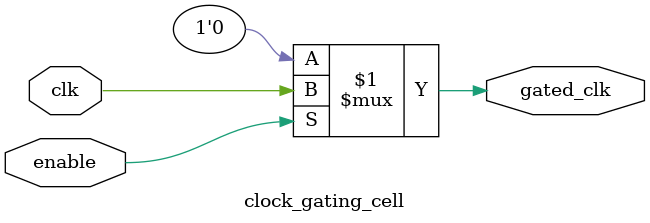
<source format=v>
module mem_32x16 (
   input wire         clk,
   input wire         enable,
   input wire  [3:0]  write_addr_1,
   input wire  [31:0] write_data_1,
   input wire         write_en_1,
   input wire  [3:0]  write_addr_2,
   input wire  [31:0] write_data_2,
   input wire         write_en_2,
   input wire  [3:0]  read_addr_1,
   output wire [31:0] read_data_1,
   input wire  [3:0]  read_addr_2,
   output wire [31:0] read_data_2
);

    // Clock gating
    wire gated_clk;
    clock_gating_cell cg_inst (
        .clk(clk),
        .enable(enable),
        .gated_clk(gated_clk)
    );

    // Memory array
    reg [31:0] mem [15:0];

    // Write ports
    always @(posedge gated_clk) begin
        if (write_en_1)
            mem[write_addr_1] <= write_data_1;
        if (write_en_2)
            mem[write_addr_2] <= write_data_2;
    end

    // Read ports (combinational)
    assign read_data_1 = mem[read_addr_1];
    assign read_data_2 = mem[read_addr_2];

endmodule

// Clock Gating Cell
module clock_gating_cell (
    input wire clk,
    input wire enable,
    output wire gated_clk
);
    assign gated_clk = enable ? clk : 1'b0;
endmodule

</source>
